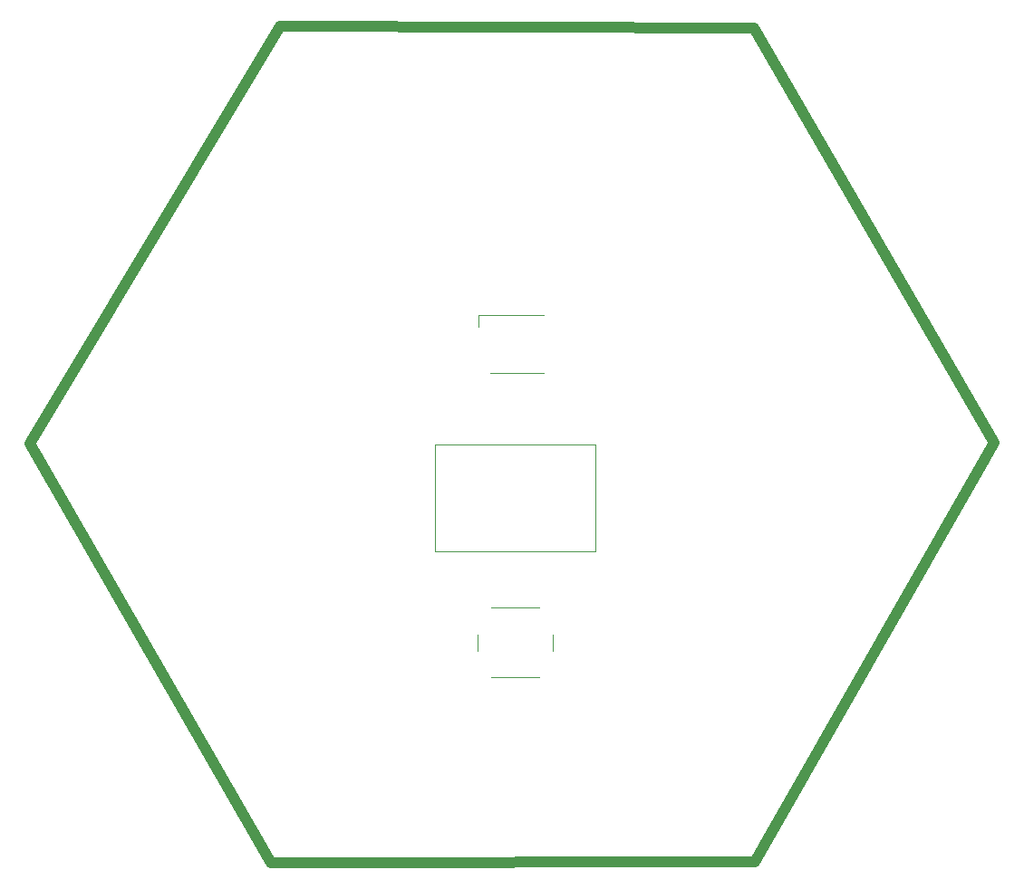
<source format=gbr>
%TF.GenerationSoftware,KiCad,Pcbnew,7.0.10-7.0.10~ubuntu22.04.1*%
%TF.CreationDate,2025-04-20T11:35:09+07:00*%
%TF.ProjectId,Catancenter,43617461-6e63-4656-9e74-65722e6b6963,rev?*%
%TF.SameCoordinates,Original*%
%TF.FileFunction,Legend,Top*%
%TF.FilePolarity,Positive*%
%FSLAX46Y46*%
G04 Gerber Fmt 4.6, Leading zero omitted, Abs format (unit mm)*
G04 Created by KiCad (PCBNEW 7.0.10-7.0.10~ubuntu22.04.1) date 2025-04-20 11:35:09*
%MOMM*%
%LPD*%
G01*
G04 APERTURE LIST*
%ADD10C,1.000000*%
%ADD11C,0.120000*%
%ADD12C,0.100000*%
G04 APERTURE END LIST*
D10*
X129095018Y-77387046D02*
X106661606Y-38581178D01*
X106661606Y-38581178D02*
X62335881Y-38425745D01*
X61460633Y-116625034D02*
X106721630Y-116581826D01*
X38959214Y-77430760D02*
X61460633Y-116625034D01*
X106721630Y-116581826D02*
X129095018Y-77387046D01*
X62335881Y-38425745D02*
X38959214Y-77430760D01*
D11*
%TO.C,SW1*%
X80803800Y-95298000D02*
X80803800Y-96798000D01*
X82053800Y-99298000D02*
X86553800Y-99298000D01*
X86553800Y-92798000D02*
X82053800Y-92798000D01*
X87803800Y-96798000D02*
X87803800Y-95298000D01*
D12*
%TO.C,U2*%
X91802600Y-87499200D02*
X76802600Y-87499200D01*
X76802600Y-87499200D02*
X76802600Y-77499200D01*
X76802600Y-77499200D02*
X91802600Y-77499200D01*
X91802600Y-77499200D02*
X91802600Y-87499200D01*
D11*
%TO.C,D1*%
X80842600Y-65446400D02*
X86942600Y-65446400D01*
X80842600Y-66546400D02*
X80842600Y-65446400D01*
X86942600Y-70846400D02*
X81942600Y-70846400D01*
%TD*%
M02*

</source>
